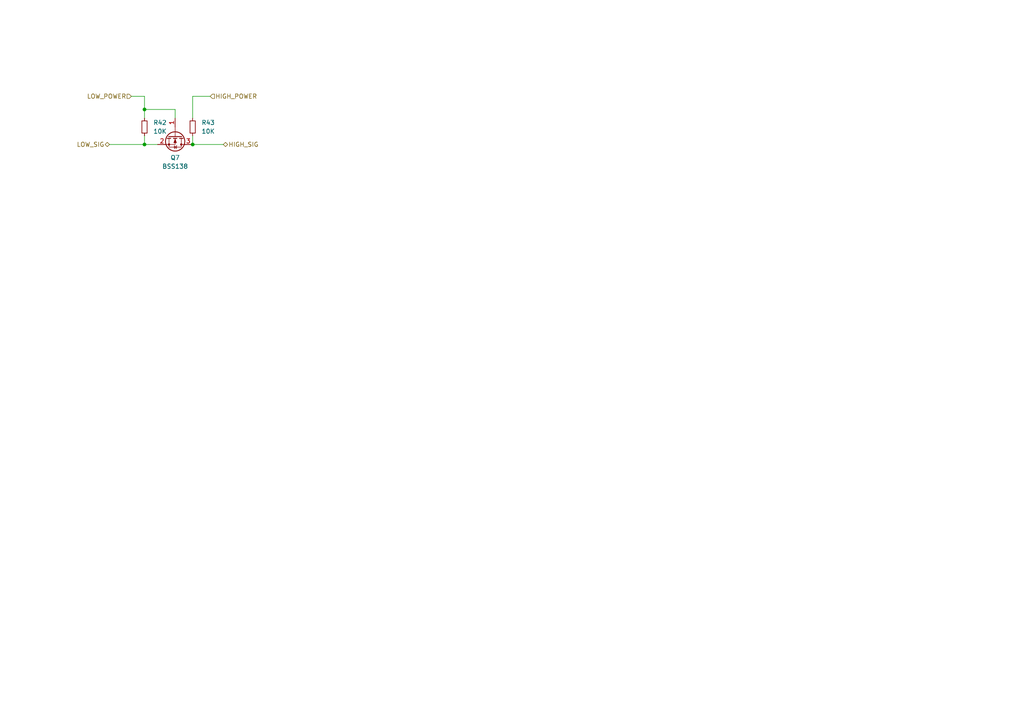
<source format=kicad_sch>
(kicad_sch (version 20250114) (generator "eeschema") (generator_version "9.0")
  (paper "A4")
  (lib_symbols
    (symbol "Device:R_Small" (pin_numbers (hide yes)) (pin_names (offset 0.254) (hide yes))
      (property "Reference" "R" (at 0.762 0.508 0))
      (property "Value" "R_Small" (at 0.762 -1.016 0))
      (symbol "R_Small_0_1"
        (rectangle (start -0.762 1.778) (end 0.762 -1.778) (stroke (width 0.2032)))
      )
      (symbol "R_Small_1_1"
        (pin passive line (at 0 2.54 270) (length 0.762) (name "~") (number "1"))
        (pin passive line (at 0 -2.54 90) (length 0.762) (name "~") (number "2"))
      )
    )
    (symbol "Transistor_FET:BSS138" (pin_names (hide yes))
      (property "Reference" "Q" (at 5.08 1.905 0))
      (property "Value" "BSS138" (at 5.08 0 0))
      (symbol "BSS138_0_1"
        (polyline (pts (xy 0.254 1.905) (xy 0.254 -1.905)) (stroke (width 0.254)))
        (polyline (pts (xy 0.254 0) (xy -2.54 0)))
        (polyline (pts (xy 0.762 2.286) (xy 0.762 1.27)) (stroke (width 0.254)))
        (polyline (pts (xy 0.762 0.508) (xy 0.762 -0.508)) (stroke (width 0.254)))
        (polyline (pts (xy 0.762 -1.27) (xy 0.762 -2.286)) (stroke (width 0.254)))
        (polyline (pts (xy 0.762 -1.778) (xy 3.302 -1.778) (xy 3.302 1.778) (xy 0.762 1.778)))
        (polyline (pts (xy 1.016 0) (xy 2.032 0.381) (xy 2.032 -0.381) (xy 1.016 0)) (fill (type outline)))
        (circle (center 1.651 0) (radius 2.794) (stroke (width 0.254)))
        (polyline (pts (xy 2.54 2.54) (xy 2.54 1.778)))
        (circle (center 2.54 1.778) (radius 0.254) (fill (type outline)))
        (circle (center 2.54 -1.778) (radius 0.254) (fill (type outline)))
        (polyline (pts (xy 2.54 -2.54) (xy 2.54 0) (xy 0.762 0)))
        (polyline (pts (xy 2.794 0.508) (xy 2.921 0.381) (xy 3.683 0.381) (xy 3.81 0.254)))
        (polyline (pts (xy 3.302 0.381) (xy 2.921 -0.254) (xy 3.683 -0.254) (xy 3.302 0.381)))
      )
      (symbol "BSS138_1_1"
        (pin input line (at -5.08 0 0) (length 2.54) (name "G") (number "1"))
        (pin passive line (at 2.54 5.08 270) (length 2.54) (name "D") (number "3"))
        (pin passive line (at 2.54 -5.08 90) (length 2.54) (name "S") (number "2"))
      )
    )
  )
  (junction (at 41.91 31.75))
  (junction (at 41.91 41.91))
  (junction (at 55.88 41.91))
  (wire (pts (xy 41.91 39.37) (xy 41.91 41.91)))
  (wire (pts (xy 50.8 34.29) (xy 50.8 31.75)))
  (wire (pts (xy 38.1 27.94) (xy 41.91 27.94)))
  (wire (pts (xy 55.88 41.91) (xy 64.77 41.91)))
  (wire (pts (xy 41.91 31.75) (xy 50.8 31.75)))
  (wire (pts (xy 41.91 31.75) (xy 41.91 34.29)))
  (wire (pts (xy 55.88 27.94) (xy 55.88 34.29)))
  (wire (pts (xy 31.75 41.91) (xy 41.91 41.91)))
  (wire (pts (xy 55.88 39.37) (xy 55.88 41.91)))
  (wire (pts (xy 55.88 27.94) (xy 60.96 27.94)))
  (wire (pts (xy 41.91 27.94) (xy 41.91 31.75)))
  (wire (pts (xy 41.91 41.91) (xy 45.72 41.91)))
  (hierarchical_label "LOW_SIG" (shape bidirectional) (at 31.75 41.91 180))
  (hierarchical_label "HIGH_SIG" (shape bidirectional) (at 64.77 41.91 0))
  (hierarchical_label "LOW_POWER" (shape input) (at 38.1 27.94 180))
  (hierarchical_label "HIGH_POWER" (shape input) (at 60.96 27.94 0))
  (symbol (lib_id "Device:R_Small") (at 55.88 36.83 0) (unit 1)
    (property "Reference" "R30" (at 58.42 35.5599 0) (effects (justify left)))
    (property "Value" "10K" (at 58.42 38.0999 0) (effects (justify left)))
    (property "Footprint" "FRANK:Resistor (0805)" (effects (hide yes)))
    (property "Description" "Resistor, small symbol" (effects (hide yes)))
    (instances (project "" (path "" (reference "R43") (unit 1)) (path "" (reference "R32") (unit 1)) (path "" (reference "R30") (unit 1)) (path "" (reference "R45") (unit 1))))
  )
  (symbol (lib_id "Transistor_FET:BSS138") (at 50.8 39.37 270) (unit 1)
    (property "Reference" "Q5" (at 50.8 45.72 90))
    (property "Value" "BSS138" (at 50.8 48.26 90))
    (property "Footprint" "FRANK:SOT-23" (effects (hide yes)))
    (property "Datasheet" "https://www.onsemi.com/pub/Collateral/BSS138-D.PDF" (effects (hide yes)))
    (property "Description" "50V Vds, 0.22A Id, N-Channel MOSFET, SOT-23" (effects (hide yes)))
    (instances (project "" (path "" (reference "Q7") (unit 1)) (path "" (reference "Q6") (unit 1)) (path "" (reference "Q5") (unit 1)) (path "" (reference "Q8") (unit 1))))
  )
  (symbol (lib_id "Device:R_Small") (at 41.91 36.83 0) (unit 1)
    (property "Reference" "R29" (at 44.45 35.5599 0) (effects (justify left)))
    (property "Value" "10K" (at 44.45 38.0999 0) (effects (justify left)))
    (property "Footprint" "FRANK:Resistor (0805)" (effects (hide yes)))
    (property "Description" "Resistor, small symbol" (effects (hide yes)))
    (instances (project "" (path "" (reference "R42") (unit 1)) (path "" (reference "R31") (unit 1)) (path "" (reference "R29") (unit 1)) (path "" (reference "R44") (unit 1))))
  )
)
</source>
